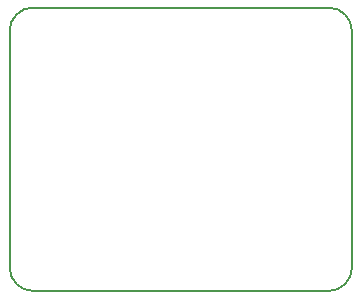
<source format=gm1>
G04 #@! TF.GenerationSoftware,KiCad,Pcbnew,no-vcs-found-1fda668~58~ubuntu14.04.1*
G04 #@! TF.CreationDate,2017-07-06T03:39:53+01:00*
G04 #@! TF.ProjectId,m3pyro_prototype,6D337079726F5F70726F746F74797065,rev?*
G04 #@! TF.FileFunction,Profile,NP*
%FSLAX46Y46*%
G04 Gerber Fmt 4.6, Leading zero omitted, Abs format (unit mm)*
G04 Created by KiCad (PCBNEW no-vcs-found-1fda668~58~ubuntu14.04.1) date Thu Jul  6 03:39:53 2017*
%MOMM*%
%LPD*%
G01*
G04 APERTURE LIST*
%ADD10C,0.100000*%
%ADD11C,0.150000*%
G04 APERTURE END LIST*
D10*
D11*
X113000000Y-80000000D02*
G75*
G02X115000000Y-78000000I2000000J0D01*
G01*
X115000000Y-102000000D02*
G75*
G02X113000000Y-100000000I0J2000000D01*
G01*
X142000000Y-100000000D02*
G75*
G02X140000000Y-102000000I-2000000J0D01*
G01*
X113000000Y-80000000D02*
X113000000Y-80000000D01*
X113000000Y-100000000D02*
X113000000Y-80000000D01*
X115000000Y-102000000D02*
X115000000Y-102000000D01*
X140000000Y-102000000D02*
X115000000Y-102000000D01*
X142000000Y-100000000D02*
X142000000Y-100000000D01*
X142000000Y-99000000D02*
X142000000Y-100000000D01*
X142000000Y-99000000D02*
X142000000Y-99000000D01*
X142000000Y-80000000D02*
X142000000Y-99000000D01*
X140000000Y-78000000D02*
G75*
G02X142000000Y-80000000I0J-2000000D01*
G01*
X115000000Y-78000000D02*
X140000000Y-78000000D01*
M02*

</source>
